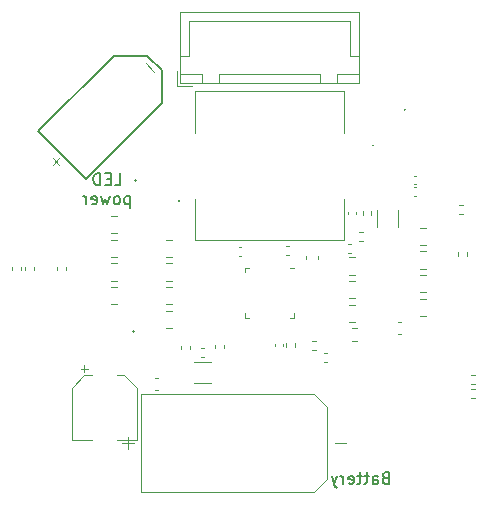
<source format=gbr>
%TF.GenerationSoftware,KiCad,Pcbnew,(6.0.9)*%
%TF.CreationDate,2023-01-25T10:50:16+01:00*%
%TF.ProjectId,BatteryManagementBoard,42617474-6572-4794-9d61-6e6167656d65,rev?*%
%TF.SameCoordinates,Original*%
%TF.FileFunction,Legend,Bot*%
%TF.FilePolarity,Positive*%
%FSLAX46Y46*%
G04 Gerber Fmt 4.6, Leading zero omitted, Abs format (unit mm)*
G04 Created by KiCad (PCBNEW (6.0.9)) date 2023-01-25 10:50:16*
%MOMM*%
%LPD*%
G01*
G04 APERTURE LIST*
%ADD10C,0.160000*%
%ADD11C,0.120000*%
%ADD12C,0.200000*%
G04 APERTURE END LIST*
D10*
X136892857Y-93647380D02*
X137369047Y-93647380D01*
X137369047Y-92647380D01*
X136559523Y-93123571D02*
X136226190Y-93123571D01*
X136083333Y-93647380D02*
X136559523Y-93647380D01*
X136559523Y-92647380D01*
X136083333Y-92647380D01*
X135654761Y-93647380D02*
X135654761Y-92647380D01*
X135416666Y-92647380D01*
X135273809Y-92695000D01*
X135178571Y-92790238D01*
X135130952Y-92885476D01*
X135083333Y-93075952D01*
X135083333Y-93218809D01*
X135130952Y-93409285D01*
X135178571Y-93504523D01*
X135273809Y-93599761D01*
X135416666Y-93647380D01*
X135654761Y-93647380D01*
X138178571Y-94590714D02*
X138178571Y-95590714D01*
X138178571Y-94638333D02*
X138083333Y-94590714D01*
X137892857Y-94590714D01*
X137797619Y-94638333D01*
X137750000Y-94685952D01*
X137702380Y-94781190D01*
X137702380Y-95066904D01*
X137750000Y-95162142D01*
X137797619Y-95209761D01*
X137892857Y-95257380D01*
X138083333Y-95257380D01*
X138178571Y-95209761D01*
X137130952Y-95257380D02*
X137226190Y-95209761D01*
X137273809Y-95162142D01*
X137321428Y-95066904D01*
X137321428Y-94781190D01*
X137273809Y-94685952D01*
X137226190Y-94638333D01*
X137130952Y-94590714D01*
X136988095Y-94590714D01*
X136892857Y-94638333D01*
X136845238Y-94685952D01*
X136797619Y-94781190D01*
X136797619Y-95066904D01*
X136845238Y-95162142D01*
X136892857Y-95209761D01*
X136988095Y-95257380D01*
X137130952Y-95257380D01*
X136464285Y-94590714D02*
X136273809Y-95257380D01*
X136083333Y-94781190D01*
X135892857Y-95257380D01*
X135702380Y-94590714D01*
X134940476Y-95209761D02*
X135035714Y-95257380D01*
X135226190Y-95257380D01*
X135321428Y-95209761D01*
X135369047Y-95114523D01*
X135369047Y-94733571D01*
X135321428Y-94638333D01*
X135226190Y-94590714D01*
X135035714Y-94590714D01*
X134940476Y-94638333D01*
X134892857Y-94733571D01*
X134892857Y-94828809D01*
X135369047Y-94924047D01*
X134464285Y-95257380D02*
X134464285Y-94590714D01*
X134464285Y-94781190D02*
X134416666Y-94685952D01*
X134369047Y-94638333D01*
X134273809Y-94590714D01*
X134178571Y-94590714D01*
X159821428Y-118428571D02*
X159678571Y-118476190D01*
X159630952Y-118523809D01*
X159583333Y-118619047D01*
X159583333Y-118761904D01*
X159630952Y-118857142D01*
X159678571Y-118904761D01*
X159773809Y-118952380D01*
X160154761Y-118952380D01*
X160154761Y-117952380D01*
X159821428Y-117952380D01*
X159726190Y-118000000D01*
X159678571Y-118047619D01*
X159630952Y-118142857D01*
X159630952Y-118238095D01*
X159678571Y-118333333D01*
X159726190Y-118380952D01*
X159821428Y-118428571D01*
X160154761Y-118428571D01*
X158726190Y-118952380D02*
X158726190Y-118428571D01*
X158773809Y-118333333D01*
X158869047Y-118285714D01*
X159059523Y-118285714D01*
X159154761Y-118333333D01*
X158726190Y-118904761D02*
X158821428Y-118952380D01*
X159059523Y-118952380D01*
X159154761Y-118904761D01*
X159202380Y-118809523D01*
X159202380Y-118714285D01*
X159154761Y-118619047D01*
X159059523Y-118571428D01*
X158821428Y-118571428D01*
X158726190Y-118523809D01*
X158392857Y-118285714D02*
X158011904Y-118285714D01*
X158250000Y-117952380D02*
X158250000Y-118809523D01*
X158202380Y-118904761D01*
X158107142Y-118952380D01*
X158011904Y-118952380D01*
X157821428Y-118285714D02*
X157440476Y-118285714D01*
X157678571Y-117952380D02*
X157678571Y-118809523D01*
X157630952Y-118904761D01*
X157535714Y-118952380D01*
X157440476Y-118952380D01*
X156726190Y-118904761D02*
X156821428Y-118952380D01*
X157011904Y-118952380D01*
X157107142Y-118904761D01*
X157154761Y-118809523D01*
X157154761Y-118428571D01*
X157107142Y-118333333D01*
X157011904Y-118285714D01*
X156821428Y-118285714D01*
X156726190Y-118333333D01*
X156678571Y-118428571D01*
X156678571Y-118523809D01*
X157154761Y-118619047D01*
X156250000Y-118952380D02*
X156250000Y-118285714D01*
X156250000Y-118476190D02*
X156202380Y-118380952D01*
X156154761Y-118333333D01*
X156059523Y-118285714D01*
X155964285Y-118285714D01*
X155726190Y-118285714D02*
X155488095Y-118952380D01*
X155250000Y-118285714D02*
X155488095Y-118952380D01*
X155583333Y-119190476D01*
X155630952Y-119238095D01*
X155726190Y-119285714D01*
D11*
%TO.C,L301*%
X143700000Y-98300000D02*
X156300000Y-98300000D01*
X156300000Y-98300000D02*
X156300000Y-94800000D01*
X156300000Y-85700000D02*
X156300000Y-89200000D01*
X143700000Y-85700000D02*
X143700000Y-89200000D01*
X143700000Y-98300000D02*
X143700000Y-94800000D01*
X143700000Y-85700000D02*
X156300000Y-85700000D01*
%TO.C,R313*%
X130080000Y-100546359D02*
X130080000Y-100853641D01*
X129320000Y-100546359D02*
X129320000Y-100853641D01*
%TO.C,R505*%
X166076359Y-96090000D02*
X166383641Y-96090000D01*
X166076359Y-95330000D02*
X166383641Y-95330000D01*
%TO.C,C302*%
X162738748Y-100735000D02*
X163261252Y-100735000D01*
X162738748Y-99265000D02*
X163261252Y-99265000D01*
%TO.C,R302*%
X157596359Y-98380000D02*
X157903641Y-98380000D01*
X157596359Y-97620000D02*
X157903641Y-97620000D01*
%TO.C,Q302*%
X161530711Y-87250000D02*
G75*
G03*
X161530711Y-87250000I-70711J0D01*
G01*
%TO.C,C332*%
X151160000Y-107092164D02*
X151160000Y-107307836D01*
X150440000Y-107092164D02*
X150440000Y-107307836D01*
%TO.C,C304*%
X162738748Y-104735000D02*
X163261252Y-104735000D01*
X162738748Y-103265000D02*
X163261252Y-103265000D01*
%TO.C,C321*%
X141761252Y-105735000D02*
X141238748Y-105735000D01*
X141761252Y-104265000D02*
X141238748Y-104265000D01*
%TO.C,Q304*%
X142420711Y-95000000D02*
G75*
G03*
X142420711Y-95000000I-70711J0D01*
G01*
%TO.C,C306*%
X157261252Y-103235000D02*
X156738748Y-103235000D01*
X157261252Y-101765000D02*
X156738748Y-101765000D01*
%TO.C,R201*%
X167046359Y-111680000D02*
X167353641Y-111680000D01*
X167046359Y-110920000D02*
X167353641Y-110920000D01*
%TO.C,C401*%
X138760000Y-115260000D02*
X137060000Y-115260000D01*
X137695563Y-109740000D02*
X138760000Y-110804437D01*
X133240000Y-110804437D02*
X133240000Y-115260000D01*
X134002500Y-109187500D02*
X134627500Y-109187500D01*
X134304437Y-109740000D02*
X134940000Y-109740000D01*
X134315000Y-108875000D02*
X134315000Y-109500000D01*
X134304437Y-109740000D02*
X133240000Y-110804437D01*
X133240000Y-115260000D02*
X134940000Y-115260000D01*
X137695563Y-109740000D02*
X137060000Y-109740000D01*
X138760000Y-110804437D02*
X138760000Y-115260000D01*
%TO.C,R318*%
X151420000Y-107353641D02*
X151420000Y-107046359D01*
X152180000Y-107353641D02*
X152180000Y-107046359D01*
%TO.C,R316*%
X166680000Y-99346359D02*
X166680000Y-99653641D01*
X165920000Y-99346359D02*
X165920000Y-99653641D01*
%TO.C,C322*%
X140540580Y-109990000D02*
X140259420Y-109990000D01*
X140540580Y-111010000D02*
X140259420Y-111010000D01*
%TO.C,C301*%
X162738748Y-98735000D02*
X163261252Y-98735000D01*
X162738748Y-97265000D02*
X163261252Y-97265000D01*
%TO.C,C315*%
X136538748Y-103735000D02*
X137061252Y-103735000D01*
X136538748Y-102265000D02*
X137061252Y-102265000D01*
%TO.C,U301*%
X151760000Y-100640000D02*
X152110000Y-100640000D01*
X151760000Y-104860000D02*
X152110000Y-104860000D01*
X152110000Y-104860000D02*
X152110000Y-104510000D01*
X148240000Y-100640000D02*
X147890000Y-100640000D01*
X147890000Y-104860000D02*
X147890000Y-104510000D01*
X147890000Y-100640000D02*
X147890000Y-100990000D01*
X148240000Y-104860000D02*
X147890000Y-104860000D01*
%TO.C,J208*%
X156800000Y-79775000D02*
X150000000Y-79775000D01*
X145750000Y-84225000D02*
X154250000Y-84225000D01*
X142150000Y-85275000D02*
X142150000Y-84025000D01*
X154250000Y-84975000D02*
X145750000Y-84975000D01*
X156800000Y-82725000D02*
X156800000Y-79775000D01*
X142450000Y-84975000D02*
X142450000Y-84225000D01*
X154250000Y-84225000D02*
X154250000Y-84975000D01*
X144250000Y-84975000D02*
X142450000Y-84975000D01*
X142450000Y-82725000D02*
X143200000Y-82725000D01*
X144250000Y-84225000D02*
X144250000Y-84975000D01*
X155750000Y-84975000D02*
X155750000Y-84225000D01*
X157560000Y-79015000D02*
X157560000Y-84985000D01*
X142440000Y-84985000D02*
X142440000Y-79015000D01*
X157550000Y-82725000D02*
X156800000Y-82725000D01*
X143200000Y-79775000D02*
X150000000Y-79775000D01*
X157550000Y-84225000D02*
X157550000Y-84975000D01*
X143400000Y-85275000D02*
X142150000Y-85275000D01*
X142440000Y-79015000D02*
X157560000Y-79015000D01*
X157560000Y-84985000D02*
X142440000Y-84985000D01*
X143200000Y-82725000D02*
X143200000Y-79775000D01*
X155750000Y-84225000D02*
X157550000Y-84225000D01*
X145750000Y-84975000D02*
X145750000Y-84225000D01*
X142450000Y-84225000D02*
X144250000Y-84225000D01*
X157550000Y-84975000D02*
X155750000Y-84975000D01*
%TO.C,C303*%
X162738748Y-102735000D02*
X163261252Y-102735000D01*
X162738748Y-101265000D02*
X163261252Y-101265000D01*
%TO.C,R202*%
X167046359Y-110480000D02*
X167353641Y-110480000D01*
X167046359Y-109720000D02*
X167353641Y-109720000D01*
%TO.C,C318*%
X141761252Y-98265000D02*
X141238748Y-98265000D01*
X141761252Y-99735000D02*
X141238748Y-99735000D01*
%TO.C,C320*%
X141761252Y-102265000D02*
X141238748Y-102265000D01*
X141761252Y-103735000D02*
X141238748Y-103735000D01*
%TO.C,C325*%
X154110000Y-99940580D02*
X154110000Y-99659420D01*
X153090000Y-99940580D02*
X153090000Y-99659420D01*
%TO.C,Q305*%
X138570711Y-106040000D02*
G75*
G03*
X138570711Y-106040000I-70711J0D01*
G01*
%TO.C,C308*%
X156857836Y-99360000D02*
X156642164Y-99360000D01*
X156857836Y-98640000D02*
X156642164Y-98640000D01*
%TO.C,R310*%
X153903641Y-107630000D02*
X153596359Y-107630000D01*
X153903641Y-106870000D02*
X153596359Y-106870000D01*
%TO.C,R306*%
X145420000Y-107146359D02*
X145420000Y-107453641D01*
X146180000Y-107146359D02*
X146180000Y-107453641D01*
%TO.C,R301*%
X159090000Y-97227064D02*
X159090000Y-95772936D01*
X160910000Y-97227064D02*
X160910000Y-95772936D01*
%TO.C,C309*%
X156640000Y-96107836D02*
X156640000Y-95892164D01*
X157360000Y-96107836D02*
X157360000Y-95892164D01*
%TO.C,F201*%
X161162779Y-106260000D02*
X160837221Y-106260000D01*
X161162779Y-105240000D02*
X160837221Y-105240000D01*
%TO.C,J204*%
X154850000Y-112450000D02*
X153750000Y-111350000D01*
X153750000Y-111350000D02*
X139150000Y-111350000D01*
X154850000Y-118550000D02*
X154850000Y-112450000D01*
X139150000Y-119650000D02*
X153750000Y-119650000D01*
X139150000Y-111350000D02*
X139150000Y-119650000D01*
X138000000Y-115000000D02*
X138000000Y-116000000D01*
X138500000Y-115500000D02*
X137500000Y-115500000D01*
X153750000Y-119650000D02*
X154850000Y-118550000D01*
X156500000Y-115500000D02*
X155500000Y-115500000D01*
%TO.C,C310*%
X162192164Y-93560000D02*
X162407836Y-93560000D01*
X162192164Y-92840000D02*
X162407836Y-92840000D01*
%TO.C,C305*%
X157261252Y-105235000D02*
X156738748Y-105235000D01*
X157261252Y-103765000D02*
X156738748Y-103765000D01*
%TO.C,C316*%
X136538748Y-101735000D02*
X137061252Y-101735000D01*
X136538748Y-100265000D02*
X137061252Y-100265000D01*
%TO.C,C313*%
X147392164Y-99610000D02*
X147607836Y-99610000D01*
X147392164Y-98890000D02*
X147607836Y-98890000D01*
%TO.C,C333*%
X132040000Y-100807836D02*
X132040000Y-100592164D01*
X132760000Y-100807836D02*
X132760000Y-100592164D01*
%TO.C,R303*%
X158630000Y-96153641D02*
X158630000Y-95846359D01*
X157870000Y-96153641D02*
X157870000Y-95846359D01*
%TO.C,R304*%
X143572936Y-110410000D02*
X145027064Y-110410000D01*
X143572936Y-108590000D02*
X145027064Y-108590000D01*
%TO.C,Q301*%
X158820711Y-90290000D02*
G75*
G03*
X158820711Y-90290000I-70711J0D01*
G01*
D12*
%TO.C,J202*%
X130428501Y-89090990D02*
X136827817Y-82691674D01*
D11*
X140221930Y-84035177D02*
X139514823Y-83328070D01*
X132196268Y-91353732D02*
X131630583Y-91919417D01*
D12*
X134459010Y-93121499D02*
X140858326Y-86722183D01*
X130428501Y-89090990D02*
X134459010Y-93121499D01*
X140858326Y-83893755D02*
X140858326Y-86722183D01*
X139656245Y-82691674D02*
X140858326Y-83893755D01*
X139656245Y-82691674D02*
X136827817Y-82691674D01*
D11*
X131630583Y-91353732D02*
X132196268Y-91919417D01*
%TO.C,C312*%
X151607836Y-98840000D02*
X151392164Y-98840000D01*
X151607836Y-99560000D02*
X151392164Y-99560000D01*
%TO.C,Q303*%
X138720711Y-93250000D02*
G75*
G03*
X138720711Y-93250000I-70711J0D01*
G01*
%TO.C,C314*%
X136538748Y-96265000D02*
X137061252Y-96265000D01*
X136538748Y-97735000D02*
X137061252Y-97735000D01*
%TO.C,R312*%
X154903641Y-107870000D02*
X154596359Y-107870000D01*
X154903641Y-108630000D02*
X154596359Y-108630000D01*
%TO.C,R307*%
X157437258Y-106822500D02*
X156962742Y-106822500D01*
X157437258Y-105777500D02*
X156962742Y-105777500D01*
%TO.C,C307*%
X157261252Y-99765000D02*
X156738748Y-99765000D01*
X157261252Y-101235000D02*
X156738748Y-101235000D01*
%TO.C,C323*%
X144212164Y-108160000D02*
X144427836Y-108160000D01*
X144212164Y-107440000D02*
X144427836Y-107440000D01*
%TO.C,R317*%
X128220000Y-100546359D02*
X128220000Y-100853641D01*
X128980000Y-100546359D02*
X128980000Y-100853641D01*
%TO.C,C319*%
X141761252Y-101735000D02*
X141238748Y-101735000D01*
X141761252Y-100265000D02*
X141238748Y-100265000D01*
%TO.C,C311*%
X162192164Y-94560000D02*
X162407836Y-94560000D01*
X162192164Y-93840000D02*
X162407836Y-93840000D01*
%TO.C,C317*%
X136538748Y-98265000D02*
X137061252Y-98265000D01*
X136538748Y-99735000D02*
X137061252Y-99735000D01*
%TO.C,R305*%
X143280000Y-107246359D02*
X143280000Y-107553641D01*
X142520000Y-107246359D02*
X142520000Y-107553641D01*
%TD*%
M02*

</source>
